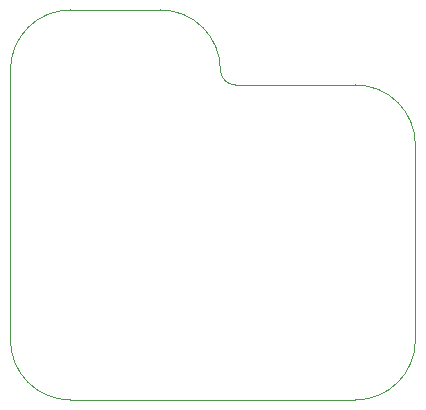
<source format=gbr>
G04 #@! TF.GenerationSoftware,KiCad,Pcbnew,(5.1.5)-3*
G04 #@! TF.CreationDate,2020-03-08T22:00:30+09:00*
G04 #@! TF.ProjectId,test,74657374-2e6b-4696-9361-645f70636258,rev?*
G04 #@! TF.SameCoordinates,Original*
G04 #@! TF.FileFunction,Profile,NP*
%FSLAX46Y46*%
G04 Gerber Fmt 4.6, Leading zero omitted, Abs format (unit mm)*
G04 Created by KiCad (PCBNEW (5.1.5)-3) date 2020-03-08 22:00:30*
%MOMM*%
%LPD*%
G04 APERTURE LIST*
%ADD10C,0.050000*%
G04 APERTURE END LIST*
D10*
X71120000Y-43180000D02*
X71120000Y-20320000D01*
X76200000Y-48260000D02*
G75*
G02X71120000Y-43180000I0J5080000D01*
G01*
X105410000Y-43180000D02*
G75*
G02X100330000Y-48260000I-5080000J0D01*
G01*
X105410000Y-26670000D02*
X105410000Y-43180000D01*
X100330000Y-21590000D02*
G75*
G02X105410000Y-26670000I0J-5080000D01*
G01*
X90170000Y-21590000D02*
X100330000Y-21590000D01*
X90170000Y-21590000D02*
G75*
G02X88900000Y-20320000I0J1270000D01*
G01*
X83820000Y-15240000D02*
G75*
G02X88900000Y-20320000I0J-5080000D01*
G01*
X71120000Y-20320000D02*
G75*
G02X76200000Y-15240000I5080000J0D01*
G01*
X78740000Y-48260000D02*
X76200000Y-48260000D01*
X83820000Y-15240000D02*
X76200000Y-15240000D01*
X100330000Y-48260000D02*
X78740000Y-48260000D01*
M02*

</source>
